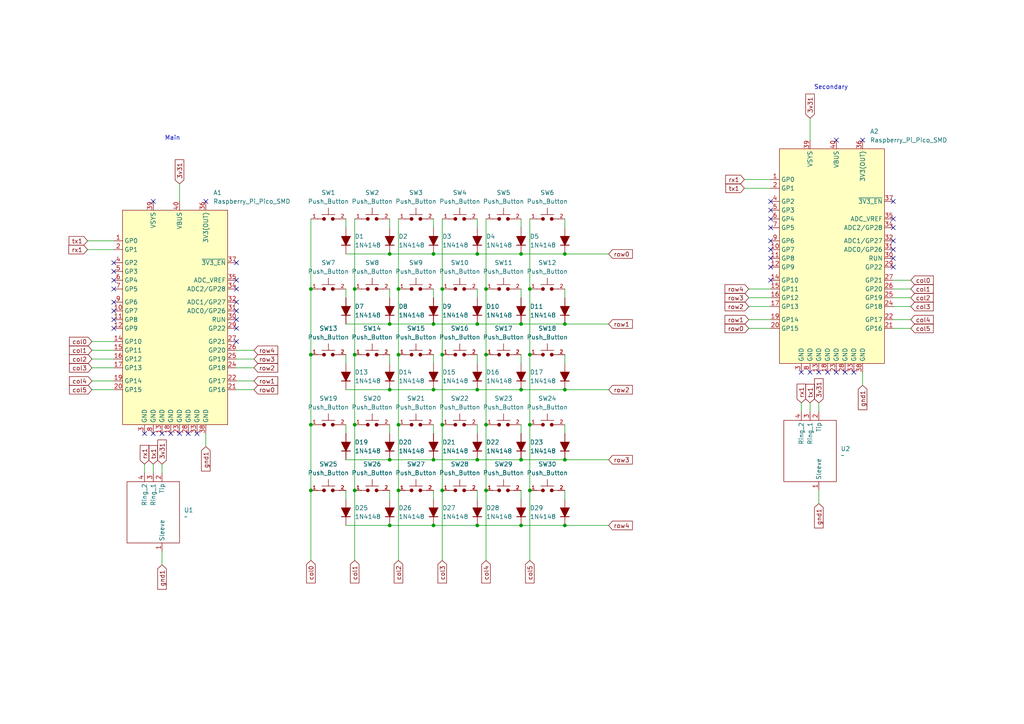
<source format=kicad_sch>
(kicad_sch (version 20250114) (generator "eeschema") (generator_version "9.0")
  (paper "A4")
  (lib_symbols
    (symbol "PCM_Diode_AKL:1N4148" (pin_numbers (hide yes)) (pin_names (offset 1.016) (hide yes))
      (property "Reference" "D" (at 0 5.08 0))
      (property "Value" "1N4148" (at 0 2.54 0))
      (symbol "1N4148_0_1"
        (polyline (pts (xy -1.27 1.27) (xy -1.27 -1.27) (xy 1.27 0) (xy -1.27 1.27)) (stroke (width 0.254)) (fill (type outline)))
        (polyline (pts (xy -1.27 0) (xy 1.27 0)))
        (polyline (pts (xy 1.27 1.27) (xy 1.27 -1.27)) (stroke (width 0.254)))
      )
      (symbol "1N4148_0_2"
        (polyline (pts (xy -2.54 -2.54) (xy 2.54 2.54)))
        (polyline (pts (xy -0.889 -0.889) (xy -1.778 0) (xy 0.889 0.889) (xy 0 -1.778) (xy -0.889 -0.889)) (stroke (width 0.254)) (fill (type outline)))
        (polyline (pts (xy 0 1.778) (xy 1.778 0)) (stroke (width 0.254)))
      )
      (symbol "1N4148_1_1"
        (pin passive line (at -3.81 0 0) (length 2.54) (name "A") (number "2"))
        (pin passive line (at 3.81 0 180) (length 2.54) (name "K") (number "1"))
      )
      (symbol "1N4148_1_2"
        (pin passive line (at -2.54 -2.54 0) (length 0) (name "A") (number "2"))
        (pin passive line (at 2.54 2.54 180) (length 0) (name "K") (number "1"))
      )
    )
    (symbol "PCM_SL_Development_Board:Raspberry_Pi_Pico_SMD"
      (property "Reference" "A" (at 12.7 34.29 0))
      (property "Value" "Raspberry_Pi_Pico_SMD" (at 21.59 31.75 0))
      (symbol "Raspberry_Pi_Pico_SMD_0_1"
        (rectangle (start -15.24 29.21) (end 15.24 -33.02) (fill (type background)))
      )
      (symbol "Raspberry_Pi_Pico_SMD_1_1"
        (pin bidirectional line (at -17.78 20.32 0) (length 2.54) (name "GP0") (number "1"))
        (pin bidirectional line (at -17.78 17.78 0) (length 2.54) (name "GP1") (number "2"))
        (pin bidirectional line (at -17.78 13.97 0) (length 2.54) (name "GP2") (number "4"))
        (pin bidirectional line (at -17.78 11.43 0) (length 2.54) (name "GP3") (number "5"))
        (pin bidirectional line (at -17.78 8.89 0) (length 2.54) (name "GP4") (number "6"))
        (pin bidirectional line (at -17.78 6.35 0) (length 2.54) (name "GP5") (number "7"))
        (pin bidirectional line (at -17.78 2.54 0) (length 2.54) (name "GP6") (number "9"))
        (pin bidirectional line (at -17.78 0 0) (length 2.54) (name "GP7") (number "10"))
        (pin bidirectional line (at -17.78 -2.54 0) (length 2.54) (name "GP8") (number "11"))
        (pin bidirectional line (at -17.78 -5.08 0) (length 2.54) (name "GP9") (number "12"))
        (pin bidirectional line (at -17.78 -8.89 0) (length 2.54) (name "GP10") (number "14"))
        (pin bidirectional line (at -17.78 -11.43 0) (length 2.54) (name "GP11") (number "15"))
        (pin bidirectional line (at -17.78 -13.97 0) (length 2.54) (name "GP12") (number "16"))
        (pin bidirectional line (at -17.78 -16.51 0) (length 2.54) (name "GP13") (number "17"))
        (pin bidirectional line (at -17.78 -20.32 0) (length 2.54) (name "GP14") (number "19"))
        (pin bidirectional line (at -17.78 -22.86 0) (length 2.54) (name "GP15") (number "20"))
        (pin power_in line (at -8.89 -35.56 90) (length 2.54) (name "GND") (number "3"))
        (pin power_in line (at -6.35 31.75 270) (length 2.54) (name "VSYS") (number "39"))
        (pin power_in line (at -6.35 -35.56 90) (length 2.54) (name "GND") (number "8"))
        (pin power_in line (at -3.81 -35.56 90) (length 2.54) (name "GND") (number "13"))
        (pin power_in line (at -1.27 -35.56 90) (length 2.54) (name "GND") (number "18"))
        (pin power_in line (at 1.27 31.75 270) (length 2.54) (name "VBUS") (number "40"))
        (pin power_in line (at 1.27 -35.56 90) (length 2.54) (name "GND") (number "23"))
        (pin power_in line (at 3.81 -35.56 90) (length 2.54) (name "GND") (number "28"))
        (pin power_in line (at 6.35 -35.56 90) (length 2.54) (name "GND") (number "33"))
        (pin power_in line (at 8.89 31.75 270) (length 2.54) (name "3V3(OUT)") (number "36"))
        (pin power_in line (at 8.89 -35.56 90) (length 2.54) (name "GND") (number "38"))
        (pin bidirectional line (at 17.78 13.97 180) (length 2.54) (name "~{3V3_EN}") (number "37"))
        (pin bidirectional line (at 17.78 8.89 180) (length 2.54) (name "ADC_VREF") (number "35"))
        (pin bidirectional line (at 17.78 6.35 180) (length 2.54) (name "ADC2/GP28") (number "34"))
        (pin bidirectional line (at 17.78 2.54 180) (length 2.54) (name "ADC1/GP27") (number "32"))
        (pin bidirectional line (at 17.78 0 180) (length 2.54) (name "ADC0/GP26") (number "31"))
        (pin bidirectional line (at 17.78 -2.54 180) (length 2.54) (name "RUN") (number "30"))
        (pin bidirectional line (at 17.78 -5.08 180) (length 2.54) (name "GP22") (number "29"))
        (pin bidirectional line (at 17.78 -8.89 180) (length 2.54) (name "GP21") (number "27"))
        (pin bidirectional line (at 17.78 -11.43 180) (length 2.54) (name "GP20") (number "26"))
        (pin bidirectional line (at 17.78 -13.97 180) (length 2.54) (name "GP19") (number "25"))
        (pin bidirectional line (at 17.78 -16.51 180) (length 2.54) (name "GP18") (number "24"))
        (pin bidirectional line (at 17.78 -20.32 180) (length 2.54) (name "GP17") (number "22"))
        (pin bidirectional line (at 17.78 -22.86 180) (length 2.54) (name "GP16") (number "21"))
      )
    )
    (symbol "PCM_SL_Devices:Push_Button"
      (property "Reference" "SW" (at 0 6.35 0))
      (property "Value" "Push_Button" (at 0 4.445 0))
      (symbol "Push_Button_0_1"
        (polyline (pts (xy -3.175 0) (xy -1.778 0)))
        (polyline (pts (xy -1.905 1.27) (xy 1.905 1.27)))
        (circle (center -1.27 0) (radius 0.4579) (fill (type outline)))
        (polyline (pts (xy 0 1.27) (xy 0 3.175)))
        (circle (center 1.27 0) (radius 0.4579) (fill (type outline)))
        (polyline (pts (xy 1.778 0) (xy 3.175 0)))
      )
      (symbol "Push_Button_1_1"
        (pin passive line (at -5.08 0 0) (length 2) (name "") (number "1"))
        (pin passive line (at 5.08 0 180) (length 2) (name "") (number "2"))
      )
    )
    (symbol "Raspberry_Pi_Pico_SMD_1"
      (property "Reference" "A1" (at 11.0333 34.29 0))
      (property "Value" "Raspberry_Pi_Pico_SMD" (at 11.0333 31.75 0))
      (symbol "Raspberry_Pi_Pico_SMD_1_0_1"
        (rectangle (start -15.24 29.21) (end 15.24 -33.02) (fill (type background)))
      )
      (symbol "Raspberry_Pi_Pico_SMD_1_1_1"
        (pin bidirectional line (at -17.78 20.32 0) (length 2.54) (name "GP0") (number "1"))
        (pin bidirectional line (at -17.78 17.78 0) (length 2.54) (name "GP1") (number "2"))
        (pin bidirectional line (at -17.78 13.97 0) (length 2.54) (name "GP2") (number "4"))
        (pin bidirectional line (at -17.78 11.43 0) (length 2.54) (name "GP3") (number "5"))
        (pin bidirectional line (at -17.78 8.89 0) (length 2.54) (name "GP4") (number "6"))
        (pin bidirectional line (at -17.78 6.35 0) (length 2.54) (name "GP5") (number "7"))
        (pin bidirectional line (at -17.78 2.54 0) (length 2.54) (name "GP6") (number "9"))
        (pin bidirectional line (at -17.78 0 0) (length 2.54) (name "GP7") (number "10"))
        (pin bidirectional line (at -17.78 -2.54 0) (length 2.54) (name "GP8") (number "11"))
        (pin bidirectional line (at -17.78 -5.08 0) (length 2.54) (name "GP9") (number "12"))
        (pin bidirectional line (at -17.78 -8.89 0) (length 2.54) (name "GP10") (number "14"))
        (pin bidirectional line (at -17.78 -11.43 0) (length 2.54) (name "GP11") (number "15"))
        (pin bidirectional line (at -17.78 -13.97 0) (length 2.54) (name "GP12") (number "16"))
        (pin bidirectional line (at -17.78 -16.51 0) (length 2.54) (name "GP13") (number "17"))
        (pin bidirectional line (at -17.78 -20.32 0) (length 2.54) (name "GP14") (number "19"))
        (pin bidirectional line (at -17.78 -22.86 0) (length 2.54) (name "GP15") (number "20"))
        (pin power_in line (at -8.89 -35.56 90) (length 2.54) (name "GND") (number "3"))
        (pin power_in line (at -6.35 31.75 270) (length 2.54) (name "VSYS") (number "39"))
        (pin power_in line (at -6.35 -35.56 90) (length 2.54) (name "GND") (number "8"))
        (pin power_in line (at -3.81 -35.56 90) (length 2.54) (name "GND") (number "13"))
        (pin power_in line (at -1.27 -35.56 90) (length 2.54) (name "GND") (number "18"))
        (pin power_in line (at 1.27 31.75 270) (length 2.54) (name "VBUS") (number "40"))
        (pin power_in line (at 1.27 -35.56 90) (length 2.54) (name "GND") (number "23"))
        (pin power_in line (at 3.81 -35.56 90) (length 2.54) (name "GND") (number "28"))
        (pin power_in line (at 6.35 -35.56 90) (length 2.54) (name "GND") (number "33"))
        (pin power_out line (at 8.89 31.75 270) (length 2.54) (name "3V3(OUT)") (number "36"))
        (pin power_out line (at 8.89 -35.56 90) (length 2.54) (name "GND") (number "38"))
        (pin bidirectional line (at 17.78 13.97 180) (length 2.54) (name "~{3V3_EN}") (number "37"))
        (pin bidirectional line (at 17.78 8.89 180) (length 2.54) (name "ADC_VREF") (number "35"))
        (pin bidirectional line (at 17.78 6.35 180) (length 2.54) (name "ADC2/GP28") (number "34"))
        (pin bidirectional line (at 17.78 2.54 180) (length 2.54) (name "ADC1/GP27") (number "32"))
        (pin bidirectional line (at 17.78 0 180) (length 2.54) (name "ADC0/GP26") (number "31"))
        (pin bidirectional line (at 17.78 -2.54 180) (length 2.54) (name "RUN") (number "30"))
        (pin bidirectional line (at 17.78 -5.08 180) (length 2.54) (name "GP22") (number "29"))
        (pin bidirectional line (at 17.78 -8.89 180) (length 2.54) (name "GP21") (number "27"))
        (pin bidirectional line (at 17.78 -11.43 180) (length 2.54) (name "GP20") (number "26"))
        (pin bidirectional line (at 17.78 -13.97 180) (length 2.54) (name "GP19") (number "25"))
        (pin bidirectional line (at 17.78 -16.51 180) (length 2.54) (name "GP18") (number "24"))
        (pin bidirectional line (at 17.78 -20.32 180) (length 2.54) (name "GP17") (number "22"))
        (pin bidirectional line (at 17.78 -22.86 180) (length 2.54) (name "GP16") (number "21"))
      )
    )
    (symbol "electrokit:4ucon_trrs_3.5_smd"
      (property "Reference" "U" (at 0 0 0))
      (symbol "4ucon_trrs_3.5_smd_0_1"
        (polyline (pts (xy -5.08 8.89) (xy 10.16 8.89) (xy 10.16 -8.89) (xy -5.08 -8.89) (xy -5.08 8.89)))
      )
      (symbol "4ucon_trrs_3.5_smd_1_1"
        (pin bidirectional line (at 0 11.43 270) (length 2.54) (name "Ring_2") (number "4"))
        (pin bidirectional line (at 2.54 11.43 270) (length 2.54) (name "Ring_1") (number "3"))
        (pin bidirectional line (at 5.08 11.43 270) (length 2.54) (name "Tip") (number "2"))
        (pin bidirectional line (at 5.08 -11.43 90) (length 2.54) (name "Sleeve") (number "1"))
      )
    )
  )
  (text "Main" (at 50.038 40.132 0) (effects (font (size 1.27 1.27))))
  (text "Secondary" (at 241.046 25.4 0) (effects (font (size 1.27 1.27))))
  (junction (at 153.67 83.82))
  (junction (at 102.87 123.19))
  (junction (at 90.17 142.24))
  (junction (at 140.97 142.24))
  (junction (at 151.13 73.66))
  (junction (at 90.17 102.87))
  (junction (at 90.17 123.19))
  (junction (at 151.13 152.4))
  (junction (at 125.73 73.66))
  (junction (at 138.43 93.98))
  (junction (at 128.27 83.82))
  (junction (at 151.13 133.35))
  (junction (at 153.67 102.87))
  (junction (at 151.13 113.03))
  (junction (at 102.87 102.87))
  (junction (at 138.43 152.4))
  (junction (at 151.13 93.98))
  (junction (at 125.73 133.35))
  (junction (at 113.03 93.98))
  (junction (at 138.43 113.03))
  (junction (at 102.87 142.24))
  (junction (at 140.97 123.19))
  (junction (at 163.83 152.4))
  (junction (at 115.57 123.19))
  (junction (at 102.87 83.82))
  (junction (at 138.43 73.66))
  (junction (at 138.43 133.35))
  (junction (at 113.03 152.4))
  (junction (at 115.57 142.24))
  (junction (at 115.57 83.82))
  (junction (at 163.83 73.66))
  (junction (at 113.03 73.66))
  (junction (at 113.03 133.35))
  (junction (at 125.73 152.4))
  (junction (at 125.73 93.98))
  (junction (at 113.03 113.03))
  (junction (at 140.97 83.82))
  (junction (at 163.83 113.03))
  (junction (at 163.83 93.98))
  (junction (at 163.83 133.35))
  (junction (at 128.27 142.24))
  (junction (at 140.97 102.87))
  (junction (at 128.27 102.87))
  (junction (at 90.17 83.82))
  (junction (at 153.67 142.24))
  (junction (at 125.73 113.03))
  (junction (at 115.57 102.87))
  (junction (at 153.67 123.19))
  (junction (at 128.27 123.19))
  (no_connect (at 223.52 72.39))
  (no_connect (at 52.07 125.73))
  (no_connect (at 68.58 87.63))
  (no_connect (at 68.58 92.71))
  (no_connect (at 44.45 125.73))
  (no_connect (at 57.15 125.73))
  (no_connect (at 68.58 90.17))
  (no_connect (at 46.99 125.73))
  (no_connect (at 33.02 87.63))
  (no_connect (at 33.02 92.71))
  (no_connect (at 68.58 76.2))
  (no_connect (at 33.02 83.82))
  (no_connect (at 33.02 78.74))
  (no_connect (at 68.58 99.06))
  (no_connect (at 237.49 107.95))
  (no_connect (at 259.08 63.5))
  (no_connect (at 247.65 107.95))
  (no_connect (at 223.52 74.93))
  (no_connect (at 41.91 125.73))
  (no_connect (at 259.08 77.47))
  (no_connect (at 44.45 58.42))
  (no_connect (at 223.52 63.5))
  (no_connect (at 223.52 58.42))
  (no_connect (at 259.08 72.39))
  (no_connect (at 49.53 125.73))
  (no_connect (at 33.02 90.17))
  (no_connect (at 59.69 58.42))
  (no_connect (at 259.08 66.04))
  (no_connect (at 242.57 40.64))
  (no_connect (at 54.61 125.73))
  (no_connect (at 223.52 77.47))
  (no_connect (at 250.19 40.64))
  (no_connect (at 68.58 81.28))
  (no_connect (at 232.41 107.95))
  (no_connect (at 33.02 95.25))
  (no_connect (at 259.08 69.85))
  (no_connect (at 223.52 69.85))
  (no_connect (at 234.95 107.95))
  (no_connect (at 33.02 76.2))
  (no_connect (at 223.52 60.96))
  (no_connect (at 68.58 95.25))
  (no_connect (at 259.08 74.93))
  (no_connect (at 33.02 81.28))
  (no_connect (at 242.57 107.95))
  (no_connect (at 240.03 107.95))
  (no_connect (at 68.58 83.82))
  (no_connect (at 223.52 81.28))
  (no_connect (at 245.11 107.95))
  (no_connect (at 259.08 58.42))
  (no_connect (at 223.52 66.04))
  (wire (pts (xy 217.17 83.82) (xy 223.52 83.82)))
  (wire (pts (xy 113.03 133.35) (xy 125.73 133.35)))
  (wire (pts (xy 217.17 92.71) (xy 223.52 92.71)))
  (wire (pts (xy 46.99 134.62) (xy 46.99 137.16)))
  (wire (pts (xy 26.67 113.03) (xy 33.02 113.03)))
  (wire (pts (xy 68.58 113.03) (xy 73.66 113.03)))
  (wire (pts (xy 140.97 63.5) (xy 140.97 83.82)))
  (wire (pts (xy 125.73 133.35) (xy 138.43 133.35)))
  (wire (pts (xy 163.83 73.66) (xy 176.53 73.66)))
  (wire (pts (xy 151.13 83.82) (xy 151.13 86.36)))
  (wire (pts (xy 259.08 95.25) (xy 264.16 95.25)))
  (wire (pts (xy 113.03 113.03) (xy 125.73 113.03)))
  (wire (pts (xy 163.83 152.4) (xy 176.53 152.4)))
  (wire (pts (xy 125.73 123.19) (xy 125.73 125.73)))
  (wire (pts (xy 128.27 123.19) (xy 128.27 142.24)))
  (wire (pts (xy 100.33 142.24) (xy 100.33 144.78)))
  (wire (pts (xy 115.57 63.5) (xy 115.57 83.82)))
  (wire (pts (xy 250.19 107.95) (xy 250.19 111.76)))
  (wire (pts (xy 237.49 116.84) (xy 237.49 119.38)))
  (wire (pts (xy 113.03 142.24) (xy 113.03 144.78)))
  (wire (pts (xy 259.08 83.82) (xy 264.16 83.82)))
  (wire (pts (xy 125.73 152.4) (xy 138.43 152.4)))
  (wire (pts (xy 163.83 113.03) (xy 176.53 113.03)))
  (wire (pts (xy 102.87 142.24) (xy 102.87 162.56)))
  (wire (pts (xy 234.95 34.29) (xy 234.95 40.64)))
  (wire (pts (xy 234.95 116.84) (xy 234.95 119.38)))
  (wire (pts (xy 153.67 142.24) (xy 153.67 162.56)))
  (wire (pts (xy 163.83 93.98) (xy 176.53 93.98)))
  (wire (pts (xy 163.83 102.87) (xy 163.83 105.41)))
  (wire (pts (xy 68.58 110.49) (xy 73.66 110.49)))
  (wire (pts (xy 217.17 88.9) (xy 223.52 88.9)))
  (wire (pts (xy 115.57 123.19) (xy 115.57 142.24)))
  (wire (pts (xy 140.97 102.87) (xy 140.97 123.19)))
  (wire (pts (xy 138.43 63.5) (xy 138.43 66.04)))
  (wire (pts (xy 26.67 104.14) (xy 33.02 104.14)))
  (wire (pts (xy 153.67 123.19) (xy 153.67 142.24)))
  (wire (pts (xy 232.41 116.84) (xy 232.41 119.38)))
  (wire (pts (xy 100.33 123.19) (xy 100.33 125.73)))
  (wire (pts (xy 102.87 83.82) (xy 102.87 102.87)))
  (wire (pts (xy 68.58 104.14) (xy 73.66 104.14)))
  (wire (pts (xy 215.9 54.61) (xy 223.52 54.61)))
  (wire (pts (xy 128.27 142.24) (xy 128.27 162.56)))
  (wire (pts (xy 138.43 93.98) (xy 151.13 93.98)))
  (wire (pts (xy 25.4 72.39) (xy 33.02 72.39)))
  (wire (pts (xy 138.43 73.66) (xy 151.13 73.66)))
  (wire (pts (xy 237.49 142.24) (xy 237.49 146.05)))
  (wire (pts (xy 115.57 102.87) (xy 115.57 123.19)))
  (wire (pts (xy 153.67 63.5) (xy 153.67 83.82)))
  (wire (pts (xy 59.69 125.73) (xy 59.69 129.54)))
  (wire (pts (xy 151.13 102.87) (xy 151.13 105.41)))
  (wire (pts (xy 125.73 73.66) (xy 138.43 73.66)))
  (wire (pts (xy 102.87 102.87) (xy 102.87 123.19)))
  (wire (pts (xy 125.73 142.24) (xy 125.73 144.78)))
  (wire (pts (xy 151.13 73.66) (xy 163.83 73.66)))
  (wire (pts (xy 259.08 86.36) (xy 264.16 86.36)))
  (wire (pts (xy 100.33 133.35) (xy 113.03 133.35)))
  (wire (pts (xy 52.07 53.34) (xy 52.07 58.42)))
  (wire (pts (xy 90.17 123.19) (xy 90.17 142.24)))
  (wire (pts (xy 140.97 142.24) (xy 140.97 162.56)))
  (wire (pts (xy 90.17 83.82) (xy 90.17 102.87)))
  (wire (pts (xy 138.43 152.4) (xy 151.13 152.4)))
  (wire (pts (xy 113.03 102.87) (xy 113.03 105.41)))
  (wire (pts (xy 138.43 142.24) (xy 138.43 144.78)))
  (wire (pts (xy 153.67 83.82) (xy 153.67 102.87)))
  (wire (pts (xy 215.9 52.07) (xy 223.52 52.07)))
  (wire (pts (xy 128.27 63.5) (xy 128.27 83.82)))
  (wire (pts (xy 100.33 93.98) (xy 113.03 93.98)))
  (wire (pts (xy 113.03 83.82) (xy 113.03 86.36)))
  (wire (pts (xy 68.58 106.68) (xy 73.66 106.68)))
  (wire (pts (xy 90.17 142.24) (xy 90.17 162.56)))
  (wire (pts (xy 115.57 83.82) (xy 115.57 102.87)))
  (wire (pts (xy 151.13 133.35) (xy 163.83 133.35)))
  (wire (pts (xy 138.43 123.19) (xy 138.43 125.73)))
  (wire (pts (xy 128.27 83.82) (xy 128.27 102.87)))
  (wire (pts (xy 125.73 93.98) (xy 138.43 93.98)))
  (wire (pts (xy 102.87 123.19) (xy 102.87 142.24)))
  (wire (pts (xy 113.03 123.19) (xy 113.03 125.73)))
  (wire (pts (xy 90.17 63.5) (xy 90.17 83.82)))
  (wire (pts (xy 125.73 102.87) (xy 125.73 105.41)))
  (wire (pts (xy 26.67 99.06) (xy 33.02 99.06)))
  (wire (pts (xy 140.97 123.19) (xy 140.97 142.24)))
  (wire (pts (xy 90.17 102.87) (xy 90.17 123.19)))
  (wire (pts (xy 138.43 113.03) (xy 151.13 113.03)))
  (wire (pts (xy 217.17 86.36) (xy 223.52 86.36)))
  (wire (pts (xy 100.33 73.66) (xy 113.03 73.66)))
  (wire (pts (xy 151.13 93.98) (xy 163.83 93.98)))
  (wire (pts (xy 138.43 133.35) (xy 151.13 133.35)))
  (wire (pts (xy 153.67 102.87) (xy 153.67 123.19)))
  (wire (pts (xy 25.4 69.85) (xy 33.02 69.85)))
  (wire (pts (xy 125.73 63.5) (xy 125.73 66.04)))
  (wire (pts (xy 115.57 142.24) (xy 115.57 162.56)))
  (wire (pts (xy 26.67 110.49) (xy 33.02 110.49)))
  (wire (pts (xy 113.03 63.5) (xy 113.03 66.04)))
  (wire (pts (xy 113.03 93.98) (xy 125.73 93.98)))
  (wire (pts (xy 163.83 142.24) (xy 163.83 144.78)))
  (wire (pts (xy 151.13 113.03) (xy 163.83 113.03)))
  (wire (pts (xy 26.67 101.6) (xy 33.02 101.6)))
  (wire (pts (xy 125.73 83.82) (xy 125.73 86.36)))
  (wire (pts (xy 163.83 63.5) (xy 163.83 66.04)))
  (wire (pts (xy 151.13 152.4) (xy 163.83 152.4)))
  (wire (pts (xy 138.43 83.82) (xy 138.43 86.36)))
  (wire (pts (xy 259.08 81.28) (xy 264.16 81.28)))
  (wire (pts (xy 151.13 123.19) (xy 151.13 125.73)))
  (wire (pts (xy 100.33 102.87) (xy 100.33 105.41)))
  (wire (pts (xy 128.27 102.87) (xy 128.27 123.19)))
  (wire (pts (xy 41.91 134.62) (xy 41.91 137.16)))
  (wire (pts (xy 100.33 83.82) (xy 100.33 86.36)))
  (wire (pts (xy 259.08 92.71) (xy 264.16 92.71)))
  (wire (pts (xy 68.58 101.6) (xy 73.66 101.6)))
  (wire (pts (xy 46.99 160.02) (xy 46.99 163.83)))
  (wire (pts (xy 217.17 95.25) (xy 223.52 95.25)))
  (wire (pts (xy 163.83 123.19) (xy 163.83 125.73)))
  (wire (pts (xy 102.87 63.5) (xy 102.87 83.82)))
  (wire (pts (xy 113.03 73.66) (xy 125.73 73.66)))
  (wire (pts (xy 138.43 102.87) (xy 138.43 105.41)))
  (wire (pts (xy 140.97 83.82) (xy 140.97 102.87)))
  (wire (pts (xy 100.33 113.03) (xy 113.03 113.03)))
  (wire (pts (xy 259.08 88.9) (xy 264.16 88.9)))
  (wire (pts (xy 151.13 63.5) (xy 151.13 66.04)))
  (wire (pts (xy 26.67 106.68) (xy 33.02 106.68)))
  (wire (pts (xy 100.33 63.5) (xy 100.33 66.04)))
  (wire (pts (xy 163.83 83.82) (xy 163.83 86.36)))
  (wire (pts (xy 113.03 152.4) (xy 125.73 152.4)))
  (wire (pts (xy 163.83 133.35) (xy 176.53 133.35)))
  (wire (pts (xy 100.33 152.4) (xy 113.03 152.4)))
  (wire (pts (xy 44.45 134.62) (xy 44.45 137.16)))
  (wire (pts (xy 151.13 142.24) (xy 151.13 144.78)))
  (wire (pts (xy 125.73 113.03) (xy 138.43 113.03)))
  (global_label "row4" (shape input) (at 176.53 152.4 0) (property "Intersheetrefs" "${INTERSHEET_REFS}" (effects (hide yes))))
  (global_label "3v31" (shape input) (at 234.95 34.29 90) (property "Intersheetrefs" "${INTERSHEET_REFS}" (effects (hide yes))))
  (global_label "row2" (shape input) (at 73.66 106.68 0) (property "Intersheetrefs" "${INTERSHEET_REFS}" (effects (hide yes))))
  (global_label "row1" (shape input) (at 176.53 93.98 0) (property "Intersheetrefs" "${INTERSHEET_REFS}" (effects (hide yes))))
  (global_label "col1" (shape input) (at 26.67 101.6 180) (property "Intersheetrefs" "${INTERSHEET_REFS}" (effects (hide yes))))
  (global_label "rx1" (shape input) (at 215.9 52.07 180) (property "Intersheetrefs" "${INTERSHEET_REFS}" (effects (hide yes))))
  (global_label "rx1" (shape input) (at 232.41 116.84 90) (property "Intersheetrefs" "${INTERSHEET_REFS}" (effects (hide yes))))
  (global_label "col0" (shape input) (at 90.17 162.56 270) (property "Intersheetrefs" "${INTERSHEET_REFS}" (effects (hide yes))))
  (global_label "rx1" (shape input) (at 41.91 134.62 90) (property "Intersheetrefs" "${INTERSHEET_REFS}" (effects (hide yes))))
  (global_label "row3" (shape input) (at 73.66 104.14 0) (property "Intersheetrefs" "${INTERSHEET_REFS}" (effects (hide yes))))
  (global_label "row1" (shape input) (at 73.66 110.49 0) (property "Intersheetrefs" "${INTERSHEET_REFS}" (effects (hide yes))))
  (global_label "col4" (shape input) (at 264.16 92.71 0) (property "Intersheetrefs" "${INTERSHEET_REFS}" (effects (hide yes))))
  (global_label "rx1" (shape input) (at 25.4 72.39 180) (property "Intersheetrefs" "${INTERSHEET_REFS}" (effects (hide yes))))
  (global_label "3v31" (shape input) (at 237.49 116.84 90) (property "Intersheetrefs" "${INTERSHEET_REFS}" (effects (hide yes))))
  (global_label "col3" (shape input) (at 264.16 88.9 0) (property "Intersheetrefs" "${INTERSHEET_REFS}" (effects (hide yes))))
  (global_label "gnd1" (shape input) (at 46.99 163.83 270) (property "Intersheetrefs" "${INTERSHEET_REFS}" (effects (hide yes))))
  (global_label "tx1" (shape input) (at 234.95 116.84 90) (property "Intersheetrefs" "${INTERSHEET_REFS}" (effects (hide yes))))
  (global_label "row0" (shape input) (at 176.53 73.66 0) (property "Intersheetrefs" "${INTERSHEET_REFS}" (effects (hide yes))))
  (global_label "row3" (shape input) (at 176.53 133.35 0) (property "Intersheetrefs" "${INTERSHEET_REFS}" (effects (hide yes))))
  (global_label "tx1" (shape input) (at 215.9 54.61 180) (property "Intersheetrefs" "${INTERSHEET_REFS}" (effects (hide yes))))
  (global_label "row4" (shape input) (at 73.66 101.6 0) (property "Intersheetrefs" "${INTERSHEET_REFS}" (effects (hide yes))))
  (global_label "col2" (shape input) (at 26.67 104.14 180) (property "Intersheetrefs" "${INTERSHEET_REFS}" (effects (hide yes))))
  (global_label "col3" (shape input) (at 26.67 106.68 180) (property "Intersheetrefs" "${INTERSHEET_REFS}" (effects (hide yes))))
  (global_label "row0" (shape input) (at 217.17 95.25 180) (property "Intersheetrefs" "${INTERSHEET_REFS}" (effects (hide yes))))
  (global_label "col0" (shape input) (at 26.67 99.06 180) (property "Intersheetrefs" "${INTERSHEET_REFS}" (effects (hide yes))))
  (global_label "3v31" (shape input) (at 46.99 134.62 90) (property "Intersheetrefs" "${INTERSHEET_REFS}" (effects (hide yes))))
  (global_label "tx1" (shape input) (at 44.45 134.62 90) (property "Intersheetrefs" "${INTERSHEET_REFS}" (effects (hide yes))))
  (global_label "col3" (shape input) (at 128.27 162.56 270) (property "Intersheetrefs" "${INTERSHEET_REFS}" (effects (hide yes))))
  (global_label "col1" (shape input) (at 264.16 83.82 0) (property "Intersheetrefs" "${INTERSHEET_REFS}" (effects (hide yes))))
  (global_label "row2" (shape input) (at 176.53 113.03 0) (property "Intersheetrefs" "${INTERSHEET_REFS}" (effects (hide yes))))
  (global_label "col1" (shape input) (at 102.87 162.56 270) (property "Intersheetrefs" "${INTERSHEET_REFS}" (effects (hide yes))))
  (global_label "col2" (shape input) (at 264.16 86.36 0) (property "Intersheetrefs" "${INTERSHEET_REFS}" (effects (hide yes))))
  (global_label "row2" (shape input) (at 217.17 88.9 180) (property "Intersheetrefs" "${INTERSHEET_REFS}" (effects (hide yes))))
  (global_label "3v31" (shape input) (at 52.07 53.34 90) (property "Intersheetrefs" "${INTERSHEET_REFS}" (effects (hide yes))))
  (global_label "col5" (shape input) (at 26.67 113.03 180) (property "Intersheetrefs" "${INTERSHEET_REFS}" (effects (hide yes))))
  (global_label "col2" (shape input) (at 115.57 162.56 270) (property "Intersheetrefs" "${INTERSHEET_REFS}" (effects (hide yes))))
  (global_label "col5" (shape input) (at 264.16 95.25 0) (property "Intersheetrefs" "${INTERSHEET_REFS}" (effects (hide yes))))
  (global_label "gnd1" (shape input) (at 59.69 129.54 270) (property "Intersheetrefs" "${INTERSHEET_REFS}" (effects (hide yes))))
  (global_label "row1" (shape input) (at 217.17 92.71 180) (property "Intersheetrefs" "${INTERSHEET_REFS}" (effects (hide yes))))
  (global_label "tx1" (shape input) (at 25.4 69.85 180) (property "Intersheetrefs" "${INTERSHEET_REFS}" (effects (hide yes))))
  (global_label "col4" (shape input) (at 140.97 162.56 270) (property "Intersheetrefs" "${INTERSHEET_REFS}" (effects (hide yes))))
  (global_label "gnd1" (shape input) (at 250.19 111.76 270) (property "Intersheetrefs" "${INTERSHEET_REFS}" (effects (hide yes))))
  (global_label "col0" (shape input) (at 264.16 81.28 0) (property "Intersheetrefs" "${INTERSHEET_REFS}" (effects (hide yes))))
  (global_label "gnd1" (shape input) (at 237.49 146.05 270) (property "Intersheetrefs" "${INTERSHEET_REFS}" (effects (hide yes))))
  (global_label "row3" (shape input) (at 217.17 86.36 180) (property "Intersheetrefs" "${INTERSHEET_REFS}" (effects (hide yes))))
  (global_label "col4" (shape input) (at 26.67 110.49 180) (property "Intersheetrefs" "${INTERSHEET_REFS}" (effects (hide yes))))
  (global_label "col5" (shape input) (at 153.67 162.56 270) (property "Intersheetrefs" "${INTERSHEET_REFS}" (effects (hide yes))))
  (global_label "row4" (shape input) (at 217.17 83.82 180) (property "Intersheetrefs" "${INTERSHEET_REFS}" (effects (hide yes))))
  (global_label "row0" (shape input) (at 73.66 113.03 0) (property "Intersheetrefs" "${INTERSHEET_REFS}" (effects (hide yes))))
  (symbol (lib_id "electrokit:4ucon_trrs_3.5_smd") (at 41.91 148.59 0) (unit 1)
    (property "Reference" "U1" (at 53.34 147.9549 0) (effects (justify left)))
    (property "Value" "~" (at 53.34 149.86 0) (effects (justify left)))
    (property "Footprint" "electrokit:4ucon trrs 3.5 smd" (effects (hide yes)))
  )
  (symbol (lib_id "PCM_Diode_AKL:1N4148") (at 125.73 90.17 270) (unit 1)
    (property "Reference" "D9" (at 128.27 88.8999 90) (effects (justify left)))
    (property "Value" "1N4148" (at 128.27 91.4399 90) (effects (justify left)))
    (property "Footprint" "PCM_Diode_THT_AKL:D_DO-35_SOD27_P7.62mm_Horizontal" (effects (hide yes)))
    (property "Datasheet" "https://datasheet.octopart.com/1N4148TR-ON-Semiconductor-datasheet-42765246.pdf" (effects (hide yes)))
    (property "Description" "DO-35 Diode, Small Signal, Fast Switching, 75V, 150mA, 4ns, Alternate KiCad Library" (effects (hide yes)))
  )
  (symbol (lib_id "PCM_SL_Devices:Push_Button") (at 158.75 102.87 0) (unit 1)
    (property "Reference" "SW18" (at 158.75 95.25 0))
    (property "Value" "Push_Button" (at 158.75 97.79 0))
    (property "Footprint" "PCM_Switch_Keyboard_Kailh:SW_Kailh_Choc_V2_1.00u_double-sided" (effects (hide yes)))
    (property "Description" "Common 6mmx6mm Push Button" (effects (hide yes)))
  )
  (symbol (lib_id "PCM_Diode_AKL:1N4148") (at 151.13 90.17 270) (unit 1)
    (property "Reference" "D11" (at 153.67 88.8999 90) (effects (justify left)))
    (property "Value" "1N4148" (at 153.67 91.4399 90) (effects (justify left)))
    (property "Footprint" "PCM_Diode_THT_AKL:D_DO-35_SOD27_P7.62mm_Horizontal" (effects (hide yes)))
    (property "Datasheet" "https://datasheet.octopart.com/1N4148TR-ON-Semiconductor-datasheet-42765246.pdf" (effects (hide yes)))
    (property "Description" "DO-35 Diode, Small Signal, Fast Switching, 75V, 150mA, 4ns, Alternate KiCad Library" (effects (hide yes)))
  )
  (symbol (lib_id "PCM_Diode_AKL:1N4148") (at 163.83 148.59 270) (unit 1)
    (property "Reference" "D30" (effects (hide yes)))
    (property "Value" "1N4148" (effects (hide yes)))
    (property "Footprint" "PCM_Diode_THT_AKL:D_DO-35_SOD27_P7.62mm_Horizontal" (effects (hide yes)))
    (property "Datasheet" "https://datasheet.octopart.com/1N4148TR-ON-Semiconductor-datasheet-42765246.pdf" (effects (hide yes)))
    (property "Description" "DO-35 Diode, Small Signal, Fast Switching, 75V, 150mA, 4ns, Alternate KiCad Library" (effects (hide yes)))
  )
  (symbol (lib_id "PCM_SL_Devices:Push_Button") (at 120.65 83.82 0) (unit 1)
    (property "Reference" "SW9" (at 120.65 76.2 0))
    (property "Value" "Push_Button" (at 120.65 78.74 0))
    (property "Footprint" "PCM_Switch_Keyboard_Kailh:SW_Kailh_Choc_V2_1.00u_double-sided" (effects (hide yes)))
    (property "Description" "Common 6mmx6mm Push Button" (effects (hide yes)))
  )
  (symbol (lib_id "PCM_Diode_AKL:1N4148") (at 113.03 109.22 270) (unit 1)
    (property "Reference" "D14" (at 115.57 107.9499 90) (effects (justify left)))
    (property "Value" "1N4148" (at 115.57 110.4899 90) (effects (justify left)))
    (property "Footprint" "PCM_Diode_THT_AKL:D_DO-35_SOD27_P7.62mm_Horizontal" (effects (hide yes)))
    (property "Datasheet" "https://datasheet.octopart.com/1N4148TR-ON-Semiconductor-datasheet-42765246.pdf" (effects (hide yes)))
    (property "Description" "DO-35 Diode, Small Signal, Fast Switching, 75V, 150mA, 4ns, Alternate KiCad Library" (effects (hide yes)))
  )
  (symbol (lib_id "PCM_SL_Devices:Push_Button") (at 133.35 83.82 0) (unit 1)
    (property "Reference" "SW10" (at 133.35 76.2 0))
    (property "Value" "Push_Button" (at 133.35 78.74 0))
    (property "Footprint" "PCM_Switch_Keyboard_Kailh:SW_Kailh_Choc_V2_1.00u_double-sided" (effects (hide yes)))
    (property "Description" "Common 6mmx6mm Push Button" (effects (hide yes)))
  )
  (symbol (lib_id "PCM_Diode_AKL:1N4148") (at 151.13 129.54 270) (unit 1)
    (property "Reference" "D23" (at 153.67 128.2699 90) (effects (justify left)))
    (property "Value" "1N4148" (at 153.67 130.8099 90) (effects (justify left)))
    (property "Footprint" "PCM_Diode_THT_AKL:D_DO-35_SOD27_P7.62mm_Horizontal" (effects (hide yes)))
    (property "Datasheet" "https://datasheet.octopart.com/1N4148TR-ON-Semiconductor-datasheet-42765246.pdf" (effects (hide yes)))
    (property "Description" "DO-35 Diode, Small Signal, Fast Switching, 75V, 150mA, 4ns, Alternate KiCad Library" (effects (hide yes)))
  )
  (symbol (lib_id "PCM_Diode_AKL:1N4148") (at 138.43 109.22 270) (unit 1)
    (property "Reference" "D16" (at 140.97 107.9499 90) (effects (justify left)))
    (property "Value" "1N4148" (at 140.97 110.4899 90) (effects (justify left)))
    (property "Footprint" "PCM_Diode_THT_AKL:D_DO-35_SOD27_P7.62mm_Horizontal" (effects (hide yes)))
    (property "Datasheet" "https://datasheet.octopart.com/1N4148TR-ON-Semiconductor-datasheet-42765246.pdf" (effects (hide yes)))
    (property "Description" "DO-35 Diode, Small Signal, Fast Switching, 75V, 150mA, 4ns, Alternate KiCad Library" (effects (hide yes)))
  )
  (symbol (lib_id "PCM_Diode_AKL:1N4148") (at 100.33 69.85 270) (unit 1)
    (property "Reference" "D1" (at 102.87 68.5799 90) (effects (justify left)))
    (property "Value" "1N4148" (at 102.87 71.1199 90) (effects (justify left)))
    (property "Footprint" "PCM_Diode_THT_AKL:D_DO-35_SOD27_P7.62mm_Horizontal" (effects (hide yes)))
    (property "Datasheet" "https://datasheet.octopart.com/1N4148TR-ON-Semiconductor-datasheet-42765246.pdf" (effects (hide yes)))
    (property "Description" "DO-35 Diode, Small Signal, Fast Switching, 75V, 150mA, 4ns, Alternate KiCad Library" (effects (hide yes)))
  )
  (symbol (lib_id "PCM_SL_Devices:Push_Button") (at 133.35 123.19 0) (unit 1)
    (property "Reference" "SW22" (at 133.35 115.57 0))
    (property "Value" "Push_Button" (at 133.35 118.11 0))
    (property "Footprint" "PCM_Switch_Keyboard_Kailh:SW_Kailh_Choc_V2_1.00u_double-sided" (effects (hide yes)))
    (property "Description" "Common 6mmx6mm Push Button" (effects (hide yes)))
  )
  (symbol (lib_id "PCM_Diode_AKL:1N4148") (at 100.33 90.17 270) (unit 1)
    (property "Reference" "D7" (at 102.87 88.8999 90) (effects (justify left)))
    (property "Value" "1N4148" (at 102.87 91.4399 90) (effects (justify left)))
    (property "Footprint" "PCM_Diode_THT_AKL:D_DO-35_SOD27_P7.62mm_Horizontal" (effects (hide yes)))
    (property "Datasheet" "https://datasheet.octopart.com/1N4148TR-ON-Semiconductor-datasheet-42765246.pdf" (effects (hide yes)))
    (property "Description" "DO-35 Diode, Small Signal, Fast Switching, 75V, 150mA, 4ns, Alternate KiCad Library" (effects (hide yes)))
  )
  (symbol (lib_id "PCM_Diode_AKL:1N4148") (at 125.73 109.22 270) (unit 1)
    (property "Reference" "D15" (at 128.27 107.9499 90) (effects (justify left)))
    (property "Value" "1N4148" (at 128.27 110.4899 90) (effects (justify left)))
    (property "Footprint" "PCM_Diode_THT_AKL:D_DO-35_SOD27_P7.62mm_Horizontal" (effects (hide yes)))
    (property "Datasheet" "https://datasheet.octopart.com/1N4148TR-ON-Semiconductor-datasheet-42765246.pdf" (effects (hide yes)))
    (property "Description" "DO-35 Diode, Small Signal, Fast Switching, 75V, 150mA, 4ns, Alternate KiCad Library" (effects (hide yes)))
  )
  (symbol (lib_id "PCM_Diode_AKL:1N4148") (at 113.03 129.54 270) (unit 1)
    (property "Reference" "D20" (at 115.57 128.2699 90) (effects (justify left)))
    (property "Value" "1N4148" (at 115.57 130.8099 90) (effects (justify left)))
    (property "Footprint" "PCM_Diode_THT_AKL:D_DO-35_SOD27_P7.62mm_Horizontal" (effects (hide yes)))
    (property "Datasheet" "https://datasheet.octopart.com/1N4148TR-ON-Semiconductor-datasheet-42765246.pdf" (effects (hide yes)))
    (property "Description" "DO-35 Diode, Small Signal, Fast Switching, 75V, 150mA, 4ns, Alternate KiCad Library" (effects (hide yes)))
  )
  (symbol (lib_id "PCM_SL_Devices:Push_Button") (at 146.05 83.82 0) (unit 1)
    (property "Reference" "SW11" (at 146.05 76.2 0))
    (property "Value" "Push_Button" (at 146.05 78.74 0))
    (property "Footprint" "PCM_Switch_Keyboard_Kailh:SW_Kailh_Choc_V2_1.00u_double-sided" (effects (hide yes)))
    (property "Description" "Common 6mmx6mm Push Button" (effects (hide yes)))
  )
  (symbol (lib_id "PCM_Diode_AKL:1N4148") (at 151.13 69.85 270) (unit 1)
    (property "Reference" "D5" (at 153.67 68.5799 90) (effects (justify left)))
    (property "Value" "1N4148" (at 153.67 71.1199 90) (effects (justify left)))
    (property "Footprint" "PCM_Diode_THT_AKL:D_DO-35_SOD27_P7.62mm_Horizontal" (effects (hide yes)))
    (property "Datasheet" "https://datasheet.octopart.com/1N4148TR-ON-Semiconductor-datasheet-42765246.pdf" (effects (hide yes)))
    (property "Description" "DO-35 Diode, Small Signal, Fast Switching, 75V, 150mA, 4ns, Alternate KiCad Library" (effects (hide yes)))
  )
  (symbol (lib_id "PCM_Diode_AKL:1N4148") (at 138.43 148.59 270) (unit 1)
    (property "Reference" "D28" (at 140.97 147.3199 90) (effects (justify left)))
    (property "Value" "1N4148" (at 140.97 149.8599 90) (effects (justify left)))
    (property "Footprint" "PCM_Diode_THT_AKL:D_DO-35_SOD27_P7.62mm_Horizontal" (effects (hide yes)))
    (property "Datasheet" "https://datasheet.octopart.com/1N4148TR-ON-Semiconductor-datasheet-42765246.pdf" (effects (hide yes)))
    (property "Description" "DO-35 Diode, Small Signal, Fast Switching, 75V, 150mA, 4ns, Alternate KiCad Library" (effects (hide yes)))
  )
  (symbol (lib_id "PCM_Diode_AKL:1N4148") (at 151.13 109.22 270) (unit 1)
    (property "Reference" "D17" (at 153.67 107.9499 90) (effects (justify left)))
    (property "Value" "1N4148" (at 153.67 110.4899 90) (effects (justify left)))
    (property "Footprint" "PCM_Diode_THT_AKL:D_DO-35_SOD27_P7.62mm_Horizontal" (effects (hide yes)))
    (property "Datasheet" "https://datasheet.octopart.com/1N4148TR-ON-Semiconductor-datasheet-42765246.pdf" (effects (hide yes)))
    (property "Description" "DO-35 Diode, Small Signal, Fast Switching, 75V, 150mA, 4ns, Alternate KiCad Library" (effects (hide yes)))
  )
  (symbol (lib_id "PCM_SL_Devices:Push_Button") (at 95.25 102.87 0) (unit 1)
    (property "Reference" "SW13" (at 95.25 95.25 0))
    (property "Value" "Push_Button" (at 95.25 97.79 0))
    (property "Footprint" "PCM_Switch_Keyboard_Kailh:SW_Kailh_Choc_V2_1.00u_double-sided" (effects (hide yes)))
    (property "Description" "Common 6mmx6mm Push Button" (effects (hide yes)))
  )
  (symbol (lib_id "electrokit:4ucon_trrs_3.5_smd") (at 232.41 130.81 0) (unit 1)
    (property "Reference" "U2" (at 243.84 130.1749 0) (effects (justify left)))
    (property "Value" "~" (at 243.84 132.08 0) (effects (justify left)))
    (property "Footprint" "electrokit:4ucon trrs 3.5 smd back" (effects (hide yes)))
  )
  (symbol (lib_id "PCM_Diode_AKL:1N4148") (at 138.43 129.54 270) (unit 1)
    (property "Reference" "D22" (at 140.97 128.2699 90) (effects (justify left)))
    (property "Value" "1N4148" (at 140.97 130.8099 90) (effects (justify left)))
    (property "Footprint" "PCM_Diode_THT_AKL:D_DO-35_SOD27_P7.62mm_Horizontal" (effects (hide yes)))
    (property "Datasheet" "https://datasheet.octopart.com/1N4148TR-ON-Semiconductor-datasheet-42765246.pdf" (effects (hide yes)))
    (property "Description" "DO-35 Diode, Small Signal, Fast Switching, 75V, 150mA, 4ns, Alternate KiCad Library" (effects (hide yes)))
  )
  (symbol (lib_id "PCM_SL_Devices:Push_Button") (at 95.25 123.19 0) (unit 1)
    (property "Reference" "SW19" (at 95.25 115.57 0))
    (property "Value" "Push_Button" (at 95.25 118.11 0))
    (property "Footprint" "PCM_Switch_Keyboard_Kailh:SW_Kailh_Choc_V2_1.00u_double-sided" (effects (hide yes)))
    (property "Description" "Common 6mmx6mm Push Button" (effects (hide yes)))
  )
  (symbol (lib_id "PCM_Diode_AKL:1N4148") (at 113.03 69.85 270) (unit 1)
    (property "Reference" "D2" (at 115.57 68.5799 90) (effects (justify left)))
    (property "Value" "1N4148" (at 115.57 71.1199 90) (effects (justify left)))
    (property "Footprint" "PCM_Diode_THT_AKL:D_DO-35_SOD27_P7.62mm_Horizontal" (effects (hide yes)))
    (property "Datasheet" "https://datasheet.octopart.com/1N4148TR-ON-Semiconductor-datasheet-42765246.pdf" (effects (hide yes)))
    (property "Description" "DO-35 Diode, Small Signal, Fast Switching, 75V, 150mA, 4ns, Alternate KiCad Library" (effects (hide yes)))
  )
  (symbol (lib_id "PCM_SL_Devices:Push_Button") (at 120.65 142.24 0) (unit 1)
    (property "Reference" "SW27" (at 120.65 134.62 0))
    (property "Value" "Push_Button" (at 120.65 137.16 0))
    (property "Footprint" "PCM_Switch_Keyboard_Kailh:SW_Kailh_Choc_V2_1.00u_double-sided" (effects (hide yes)))
    (property "Description" "Common 6mmx6mm Push Button" (effects (hide yes)))
  )
  (symbol (lib_id "PCM_SL_Devices:Push_Button") (at 133.35 63.5 0) (unit 1)
    (property "Reference" "SW4" (at 133.35 55.88 0))
    (property "Value" "Push_Button" (at 133.35 58.42 0))
    (property "Footprint" "PCM_Switch_Keyboard_Kailh:SW_Kailh_Choc_V2_1.00u_double-sided" (effects (hide yes)))
    (property "Description" "Common 6mmx6mm Push Button" (effects (hide yes)))
  )
  (symbol (lib_name "Raspberry_Pi_Pico_SMD_1") (lib_id "PCM_SL_Development_Board:Raspberry_Pi_Pico_SMD") (at 50.8 90.17 0) (unit 1)
    (property "Reference" "A1" (at 61.8333 55.88 0) (effects (justify left)))
    (property "Value" "Raspberry_Pi_Pico_SMD" (at 61.8333 58.42 0) (effects (justify left)))
    (property "Footprint" "PCM_SL_Development_Boards:raspberry_pi_pico_SMD" (effects (hide yes)))
    (property "Description" "Development Board with RP2040 MCU" (effects (hide yes)))
  )
  (symbol (lib_id "PCM_SL_Devices:Push_Button") (at 107.95 63.5 0) (unit 1)
    (property "Reference" "SW2" (at 107.95 55.88 0))
    (property "Value" "Push_Button" (at 107.95 58.42 0))
    (property "Footprint" "PCM_Switch_Keyboard_Kailh:SW_Kailh_Choc_V2_1.00u_double-sided" (effects (hide yes)))
    (property "Description" "Common 6mmx6mm Push Button" (effects (hide yes)))
  )
  (symbol (lib_id "PCM_SL_Devices:Push_Button") (at 146.05 123.19 0) (unit 1)
    (property "Reference" "SW23" (at 146.05 115.57 0))
    (property "Value" "Push_Button" (at 146.05 118.11 0))
    (property "Footprint" "PCM_Switch_Keyboard_Kailh:SW_Kailh_Choc_V2_1.00u_double-sided" (effects (hide yes)))
    (property "Description" "Common 6mmx6mm Push Button" (effects (hide yes)))
  )
  (symbol (lib_id "PCM_Diode_AKL:1N4148") (at 125.73 69.85 270) (unit 1)
    (property "Reference" "D3" (at 128.27 68.5799 90) (effects (justify left)))
    (property "Value" "1N4148" (at 128.27 71.1199 90) (effects (justify left)))
    (property "Footprint" "PCM_Diode_THT_AKL:D_DO-35_SOD27_P7.62mm_Horizontal" (effects (hide yes)))
    (property "Datasheet" "https://datasheet.octopart.com/1N4148TR-ON-Semiconductor-datasheet-42765246.pdf" (effects (hide yes)))
    (property "Description" "DO-35 Diode, Small Signal, Fast Switching, 75V, 150mA, 4ns, Alternate KiCad Library" (effects (hide yes)))
  )
  (symbol (lib_id "PCM_Diode_AKL:1N4148") (at 100.33 109.22 270) (unit 1)
    (property "Reference" "D13" (at 102.87 107.9499 90) (effects (justify left)))
    (property "Value" "1N4148" (at 102.87 110.4899 90) (effects (justify left)))
    (property "Footprint" "PCM_Diode_THT_AKL:D_DO-35_SOD27_P7.62mm_Horizontal" (effects (hide yes)))
    (property "Datasheet" "https://datasheet.octopart.com/1N4148TR-ON-Semiconductor-datasheet-42765246.pdf" (effects (hide yes)))
    (property "Description" "DO-35 Diode, Small Signal, Fast Switching, 75V, 150mA, 4ns, Alternate KiCad Library" (effects (hide yes)))
  )
  (symbol (lib_id "PCM_SL_Devices:Push_Button") (at 146.05 142.24 0) (unit 1)
    (property "Reference" "SW29" (at 146.05 134.62 0))
    (property "Value" "Push_Button" (at 146.05 137.16 0))
    (property "Footprint" "PCM_Switch_Keyboard_Kailh:SW_Kailh_Choc_V2_1.00u_double-sided" (effects (hide yes)))
    (property "Description" "Common 6mmx6mm Push Button" (effects (hide yes)))
  )
  (symbol (lib_id "PCM_Diode_AKL:1N4148") (at 100.33 148.59 270) (unit 1)
    (property "Reference" "D25" (at 102.87 147.3199 90) (effects (justify left)))
    (property "Value" "1N4148" (at 102.87 149.8599 90) (effects (justify left)))
    (property "Footprint" "PCM_Diode_THT_AKL:D_DO-35_SOD27_P7.62mm_Horizontal" (effects (hide yes)))
    (property "Datasheet" "https://datasheet.octopart.com/1N4148TR-ON-Semiconductor-datasheet-42765246.pdf" (effects (hide yes)))
    (property "Description" "DO-35 Diode, Small Signal, Fast Switching, 75V, 150mA, 4ns, Alternate KiCad Library" (effects (hide yes)))
  )
  (symbol (lib_id "PCM_Diode_AKL:1N4148") (at 138.43 90.17 270) (unit 1)
    (property "Reference" "D10" (at 140.97 88.8999 90) (effects (justify left)))
    (property "Value" "1N4148" (at 140.97 91.4399 90) (effects (justify left)))
    (property "Footprint" "PCM_Diode_THT_AKL:D_DO-35_SOD27_P7.62mm_Horizontal" (effects (hide yes)))
    (property "Datasheet" "https://datasheet.octopart.com/1N4148TR-ON-Semiconductor-datasheet-42765246.pdf" (effects (hide yes)))
    (property "Description" "DO-35 Diode, Small Signal, Fast Switching, 75V, 150mA, 4ns, Alternate KiCad Library" (effects (hide yes)))
  )
  (symbol (lib_id "PCM_SL_Devices:Push_Button") (at 107.95 102.87 0) (unit 1)
    (property "Reference" "SW14" (at 107.95 95.25 0))
    (property "Value" "Push_Button" (at 107.95 97.79 0))
    (property "Footprint" "PCM_Switch_Keyboard_Kailh:SW_Kailh_Choc_V2_1.00u_double-sided" (effects (hide yes)))
    (property "Description" "Common 6mmx6mm Push Button" (effects (hide yes)))
  )
  (symbol (lib_id "PCM_SL_Devices:Push_Button") (at 158.75 63.5 0) (unit 1)
    (property "Reference" "SW6" (at 158.75 55.88 0))
    (property "Value" "Push_Button" (at 158.75 58.42 0))
    (property "Footprint" "PCM_Switch_Keyboard_Kailh:SW_Kailh_Choc_V2_1.00u_double-sided" (effects (hide yes)))
    (property "Description" "Common 6mmx6mm Push Button" (effects (hide yes)))
  )
  (symbol (lib_id "PCM_SL_Devices:Push_Button") (at 146.05 63.5 0) (unit 1)
    (property "Reference" "SW5" (at 146.05 55.88 0))
    (property "Value" "Push_Button" (at 146.05 58.42 0))
    (property "Footprint" "PCM_Switch_Keyboard_Kailh:SW_Kailh_Choc_V2_1.00u_double-sided" (effects (hide yes)))
    (property "Description" "Common 6mmx6mm Push Button" (effects (hide yes)))
  )
  (symbol (lib_id "PCM_SL_Devices:Push_Button") (at 133.35 102.87 0) (unit 1)
    (property "Reference" "SW16" (at 133.35 95.25 0))
    (property "Value" "Push_Button" (at 133.35 97.79 0))
    (property "Footprint" "PCM_Switch_Keyboard_Kailh:SW_Kailh_Choc_V2_1.00u_double-sided" (effects (hide yes)))
    (property "Description" "Common 6mmx6mm Push Button" (effects (hide yes)))
  )
  (symbol (lib_id "PCM_SL_Devices:Push_Button") (at 120.65 63.5 0) (unit 1)
    (property "Reference" "SW3" (at 120.65 55.88 0))
    (property "Value" "Push_Button" (at 120.65 58.42 0))
    (property "Footprint" "PCM_Switch_Keyboard_Kailh:SW_Kailh_Choc_V2_1.00u_double-sided" (effects (hide yes)))
    (property "Description" "Common 6mmx6mm Push Button" (effects (hide yes)))
  )
  (symbol (lib_id "PCM_SL_Devices:Push_Button") (at 107.95 123.19 0) (unit 1)
    (property "Reference" "SW20" (at 107.95 115.57 0))
    (property "Value" "Push_Button" (at 107.95 118.11 0))
    (property "Footprint" "PCM_Switch_Keyboard_Kailh:SW_Kailh_Choc_V2_1.00u_double-sided" (effects (hide yes)))
    (property "Description" "Common 6mmx6mm Push Button" (effects (hide yes)))
  )
  (symbol (lib_id "PCM_Diode_AKL:1N4148") (at 113.03 90.17 270) (unit 1)
    (property "Reference" "D8" (at 115.57 88.8999 90) (effects (justify left)))
    (property "Value" "1N4148" (at 115.57 91.4399 90) (effects (justify left)))
    (property "Footprint" "PCM_Diode_THT_AKL:D_DO-35_SOD27_P7.62mm_Horizontal" (effects (hide yes)))
    (property "Datasheet" "https://datasheet.octopart.com/1N4148TR-ON-Semiconductor-datasheet-42765246.pdf" (effects (hide yes)))
    (property "Description" "DO-35 Diode, Small Signal, Fast Switching, 75V, 150mA, 4ns, Alternate KiCad Library" (effects (hide yes)))
  )
  (symbol (lib_id "PCM_SL_Development_Board:Raspberry_Pi_Pico_SMD") (at 241.3 72.39 0) (unit 1)
    (property "Reference" "A2" (at 252.3333 38.1 0) (effects (justify left)))
    (property "Value" "Raspberry_Pi_Pico_SMD" (at 252.3333 40.64 0) (effects (justify left)))
    (property "Footprint" "PCM_SL_Development_Boards:raspberry_pi_pico_SMD_Reversed" (effects (hide yes)))
    (property "Description" "Development Board with RP2040 MCU" (effects (hide yes)))
  )
  (symbol (lib_id "PCM_SL_Devices:Push_Button") (at 158.75 142.24 0) (unit 1)
    (property "Reference" "SW30" (at 158.75 134.62 0))
    (property "Value" "Push_Button" (at 158.75 137.16 0))
    (property "Footprint" "PCM_Switch_Keyboard_Kailh:SW_Kailh_Choc_V2_1.00u_double-sided" (effects (hide yes)))
    (property "Description" "Common 6mmx6mm Push Button" (effects (hide yes)))
  )
  (symbol (lib_id "PCM_Diode_AKL:1N4148") (at 125.73 129.54 270) (unit 1)
    (property "Reference" "D21" (at 128.27 128.2699 90) (effects (justify left)))
    (property "Value" "1N4148" (at 128.27 130.8099 90) (effects (justify left)))
    (property "Footprint" "PCM_Diode_THT_AKL:D_DO-35_SOD27_P7.62mm_Horizontal" (effects (hide yes)))
    (property "Datasheet" "https://datasheet.octopart.com/1N4148TR-ON-Semiconductor-datasheet-42765246.pdf" (effects (hide yes)))
    (property "Description" "DO-35 Diode, Small Signal, Fast Switching, 75V, 150mA, 4ns, Alternate KiCad Library" (effects (hide yes)))
  )
  (symbol (lib_id "PCM_SL_Devices:Push_Button") (at 107.95 83.82 0) (unit 1)
    (property "Reference" "SW8" (at 107.95 76.2 0))
    (property "Value" "Push_Button" (at 107.95 78.74 0))
    (property "Footprint" "PCM_Switch_Keyboard_Kailh:SW_Kailh_Choc_V2_1.00u_double-sided" (effects (hide yes)))
    (property "Description" "Common 6mmx6mm Push Button" (effects (hide yes)))
  )
  (symbol (lib_id "PCM_Diode_AKL:1N4148") (at 125.73 148.59 270) (unit 1)
    (property "Reference" "D27" (at 128.27 147.3199 90) (effects (justify left)))
    (property "Value" "1N4148" (at 128.27 149.8599 90) (effects (justify left)))
    (property "Footprint" "PCM_Diode_THT_AKL:D_DO-35_SOD27_P7.62mm_Horizontal" (effects (hide yes)))
    (property "Datasheet" "https://datasheet.octopart.com/1N4148TR-ON-Semiconductor-datasheet-42765246.pdf" (effects (hide yes)))
    (property "Description" "DO-35 Diode, Small Signal, Fast Switching, 75V, 150mA, 4ns, Alternate KiCad Library" (effects (hide yes)))
  )
  (symbol (lib_id "PCM_Diode_AKL:1N4148") (at 100.33 129.54 270) (unit 1)
    (property "Reference" "D19" (at 102.87 128.2699 90) (effects (justify left)))
    (property "Value" "1N4148" (at 102.87 130.8099 90) (effects (justify left)))
    (property "Footprint" "PCM_Diode_THT_AKL:D_DO-35_SOD27_P7.62mm_Horizontal" (effects (hide yes)))
    (property "Datasheet" "https://datasheet.octopart.com/1N4148TR-ON-Semiconductor-datasheet-42765246.pdf" (effects (hide yes)))
    (property "Description" "DO-35 Diode, Small Signal, Fast Switching, 75V, 150mA, 4ns, Alternate KiCad Library" (effects (hide yes)))
  )
  (symbol (lib_id "PCM_SL_Devices:Push_Button") (at 146.05 102.87 0) (unit 1)
    (property "Reference" "SW17" (at 146.05 95.25 0))
    (property "Value" "Push_Button" (at 146.05 97.79 0))
    (property "Footprint" "PCM_Switch_Keyboard_Kailh:SW_Kailh_Choc_V2_1.00u_double-sided" (effects (hide yes)))
    (property "Description" "Common 6mmx6mm Push Button" (effects (hide yes)))
  )
  (symbol (lib_id "PCM_SL_Devices:Push_Button") (at 107.95 142.24 0) (unit 1)
    (property "Reference" "SW26" (at 107.95 134.62 0))
    (property "Value" "Push_Button" (at 107.95 137.16 0))
    (property "Footprint" "PCM_Switch_Keyboard_Kailh:SW_Kailh_Choc_V2_1.00u_double-sided" (effects (hide yes)))
    (property "Description" "Common 6mmx6mm Push Button" (effects (hide yes)))
  )
  (symbol (lib_id "PCM_Diode_AKL:1N4148") (at 151.13 148.59 270) (unit 1)
    (property "Reference" "D29" (at 153.67 147.3199 90) (effects (justify left)))
    (property "Value" "1N4148" (at 153.67 149.8599 90) (effects (justify left)))
    (property "Footprint" "PCM_Diode_THT_AKL:D_DO-35_SOD27_P7.62mm_Horizontal" (effects (hide yes)))
    (property "Datasheet" "https://datasheet.octopart.com/1N4148TR-ON-Semiconductor-datasheet-42765246.pdf" (effects (hide yes)))
    (property "Description" "DO-35 Diode, Small Signal, Fast Switching, 75V, 150mA, 4ns, Alternate KiCad Library" (effects (hide yes)))
  )
  (symbol (lib_id "PCM_SL_Devices:Push_Button") (at 158.75 123.19 0) (unit 1)
    (property "Reference" "SW24" (at 158.75 115.57 0))
    (property "Value" "Push_Button" (at 158.75 118.11 0))
    (property "Footprint" "PCM_Switch_Keyboard_Kailh:SW_Kailh_Choc_V2_1.00u_double-sided" (effects (hide yes)))
    (property "Description" "Common 6mmx6mm Push Button" (effects (hide yes)))
  )
  (symbol (lib_id "PCM_Diode_AKL:1N4148") (at 163.83 109.22 270) (unit 1)
    (property "Reference" "D18" (effects (hide yes)))
    (property "Value" "1N4148" (effects (hide yes)))
    (property "Footprint" "PCM_Diode_THT_AKL:D_DO-35_SOD27_P7.62mm_Horizontal" (effects (hide yes)))
    (property "Datasheet" "https://datasheet.octopart.com/1N4148TR-ON-Semiconductor-datasheet-42765246.pdf" (effects (hide yes)))
    (property "Description" "DO-35 Diode, Small Signal, Fast Switching, 75V, 150mA, 4ns, Alternate KiCad Library" (effects (hide yes)))
  )
  (symbol (lib_id "PCM_SL_Devices:Push_Button") (at 95.25 83.82 0) (unit 1)
    (property "Reference" "SW7" (at 95.25 76.2 0))
    (property "Value" "Push_Button" (at 95.25 78.74 0))
    (property "Footprint" "PCM_Switch_Keyboard_Kailh:SW_Kailh_Choc_V2_1.00u_double-sided" (effects (hide yes)))
    (property "Description" "Common 6mmx6mm Push Button" (effects (hide yes)))
  )
  (symbol (lib_id "PCM_Diode_AKL:1N4148") (at 113.03 148.59 270) (unit 1)
    (property "Reference" "D26" (at 115.57 147.3199 90) (effects (justify left)))
    (property "Value" "1N4148" (at 115.57 149.8599 90) (effects (justify left)))
    (property "Footprint" "PCM_Diode_THT_AKL:D_DO-35_SOD27_P7.62mm_Horizontal" (effects (hide yes)))
    (property "Datasheet" "https://datasheet.octopart.com/1N4148TR-ON-Semiconductor-datasheet-42765246.pdf" (effects (hide yes)))
    (property "Description" "DO-35 Diode, Small Signal, Fast Switching, 75V, 150mA, 4ns, Alternate KiCad Library" (effects (hide yes)))
  )
  (symbol (lib_id "PCM_SL_Devices:Push_Button") (at 120.65 123.19 0) (unit 1)
    (property "Reference" "SW21" (at 120.65 115.57 0))
    (property "Value" "Push_Button" (at 120.65 118.11 0))
    (property "Footprint" "PCM_Switch_Keyboard_Kailh:SW_Kailh_Choc_V2_1.00u_double-sided" (effects (hide yes)))
    (property "Description" "Common 6mmx6mm Push Button" (effects (hide yes)))
  )
  (symbol (lib_id "PCM_SL_Devices:Push_Button") (at 95.25 142.24 0) (unit 1)
    (property "Reference" "SW25" (at 95.25 134.62 0))
    (property "Value" "Push_Button" (at 95.25 137.16 0))
    (property "Footprint" "PCM_Switch_Keyboard_Kailh:SW_Kailh_Choc_V2_1.00u_double-sided" (effects (hide yes)))
    (property "Description" "Common 6mmx6mm Push Button" (effects (hide yes)))
  )
  (symbol (lib_id "PCM_Diode_AKL:1N4148") (at 163.83 129.54 270) (unit 1)
    (property "Reference" "D24" (effects (hide yes)))
    (property "Value" "1N4148" (effects (hide yes)))
    (property "Footprint" "PCM_Diode_THT_AKL:D_DO-35_SOD27_P7.62mm_Horizontal" (effects (hide yes)))
    (property "Datasheet" "https://datasheet.octopart.com/1N4148TR-ON-Semiconductor-datasheet-42765246.pdf" (effects (hide yes)))
    (property "Description" "DO-35 Diode, Small Signal, Fast Switching, 75V, 150mA, 4ns, Alternate KiCad Library" (effects (hide yes)))
  )
  (symbol (lib_id "PCM_SL_Devices:Push_Button") (at 120.65 102.87 0) (unit 1)
    (property "Reference" "SW15" (at 120.65 95.25 0))
    (property "Value" "Push_Button" (at 120.65 97.79 0))
    (property "Footprint" "PCM_Switch_Keyboard_Kailh:SW_Kailh_Choc_V2_1.00u_double-sided" (effects (hide yes)))
    (property "Description" "Common 6mmx6mm Push Button" (effects (hide yes)))
  )
  (symbol (lib_id "PCM_SL_Devices:Push_Button") (at 133.35 142.24 0) (unit 1)
    (property "Reference" "SW28" (at 133.35 134.62 0))
    (property "Value" "Push_Button" (at 133.35 137.16 0))
    (property "Footprint" "PCM_Switch_Keyboard_Kailh:SW_Kailh_Choc_V2_1.00u_double-sided" (effects (hide yes)))
    (property "Description" "Common 6mmx6mm Push Button" (effects (hide yes)))
  )
  (symbol (lib_id "PCM_Diode_AKL:1N4148") (at 163.83 90.17 270) (unit 1)
    (property "Reference" "D12" (effects (hide yes)))
    (property "Value" "1N4148" (effects (hide yes)))
    (property "Footprint" "PCM_Diode_THT_AKL:D_DO-35_SOD27_P7.62mm_Horizontal" (effects (hide yes)))
    (property "Datasheet" "https://datasheet.octopart.com/1N4148TR-ON-Semiconductor-datasheet-42765246.pdf" (effects (hide yes)))
    (property "Description" "DO-35 Diode, Small Signal, Fast Switching, 75V, 150mA, 4ns, Alternate KiCad Library" (effects (hide yes)))
  )
  (symbol (lib_id "PCM_Diode_AKL:1N4148") (at 138.43 69.85 270) (unit 1)
    (property "Reference" "D4" (at 140.97 68.5799 90) (effects (justify left)))
    (property "Value" "1N4148" (at 140.97 71.1199 90) (effects (justify left)))
    (property "Footprint" "PCM_Diode_THT_AKL:D_DO-35_SOD27_P7.62mm_Horizontal" (effects (hide yes)))
    (property "Datasheet" "https://datasheet.octopart.com/1N4148TR-ON-Semiconductor-datasheet-42765246.pdf" (effects (hide yes)))
    (property "Description" "DO-35 Diode, Small Signal, Fast Switching, 75V, 150mA, 4ns, Alternate KiCad Library" (effects (hide yes)))
  )
  (symbol (lib_id "PCM_SL_Devices:Push_Button") (at 95.25 63.5 0) (unit 1)
    (property "Reference" "SW1" (at 95.25 55.88 0))
    (property "Value" "Push_Button" (at 95.25 58.42 0))
    (property "Footprint" "PCM_Switch_Keyboard_Kailh:SW_Kailh_Choc_V2_1.00u_double-sided" (effects (hide yes)))
    (property "Description" "Common 6mmx6mm Push Button" (effects (hide yes)))
  )
  (symbol (lib_id "PCM_Diode_AKL:1N4148") (at 163.83 69.85 270) (unit 1)
    (property "Reference" "D6" (effects (hide yes)))
    (property "Value" "1N4148" (effects (hide yes)))
    (property "Footprint" "PCM_Diode_THT_AKL:D_DO-35_SOD27_P7.62mm_Horizontal" (effects (hide yes)))
    (property "Datasheet" "https://datasheet.octopart.com/1N4148TR-ON-Semiconductor-datasheet-42765246.pdf" (effects (hide yes)))
    (property "Description" "DO-35 Diode, Small Signal, Fast Switching, 75V, 150mA, 4ns, Alternate KiCad Library" (effects (hide yes)))
  )
  (symbol (lib_id "PCM_SL_Devices:Push_Button") (at 158.75 83.82 0) (unit 1)
    (property "Reference" "SW12" (at 158.75 76.2 0))
    (property "Value" "Push_Button" (at 158.75 78.74 0))
    (property "Footprint" "PCM_Switch_Keyboard_Kailh:SW_Kailh_Choc_V2_1.00u_double-sided" (effects (hide yes)))
    (property "Description" "Common 6mmx6mm Push Button" (effects (hide yes)))
  )
)
</source>
